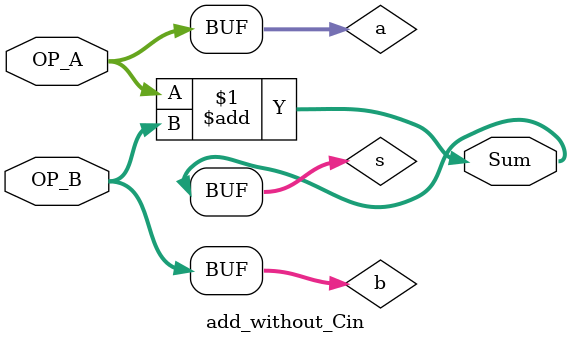
<source format=v>


// This program is free software: you can redistribute it and/or modify
// it under the terms of the GNU General Public License as published by
// the Free Software Foundation, either version 3 of the License, or
// (at your option) any later version.

// This program is distributed in the hope that it will be useful,
// but WITHOUT ANY WARRANTY; without even the implied warranty of
// MERCHANTABILITY or FITNESS FOR A PARTICULAR PURPOSE.  See the
// GNU General Public License for more details.

// You should have received a copy of the GNU General Public License
// along with this program.  If not, see <https://www.gnu.org/licenses/>.

// Please contact me through the following email: <qwe15889844242@163.com>

module add_without_Cin #(parameter DATA_LEN=32)(
    input  [DATA_LEN-1:0]   OP_A,
    input  [DATA_LEN-1:0]   OP_B,
    output [DATA_LEN-1:0]   Sum
);

wire [DATA_LEN-1:0] a,b,s; 

assign a = OP_A;
assign b = OP_B;
assign Sum = s;

assign s = a + b;

endmodule //adadd_with_Cin

</source>
